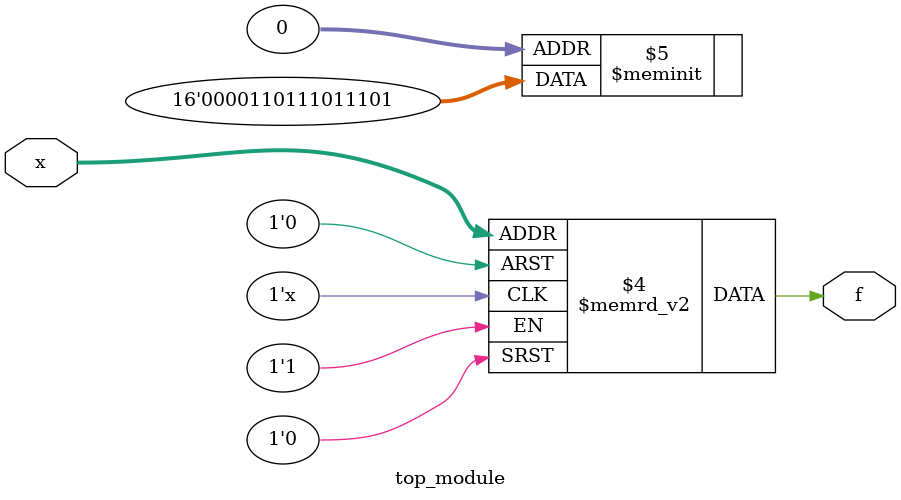
<source format=sv>
module top_module (
    input [4:1] x,
    output logic f
);

always_comb begin
    case (x)
        4'b0000, 4'b1000, 4'b1010, 4'b1011: f = 1'b1; // Represent the 1 cells in the Karnaugh map
        4'b0001, 4'b0101, 4'b1001, 4'b1100, 4'b1101, 4'b1110, 4'b1111: f = 1'b0; // Represent the 0 cells in the Karnaugh map
        4'b0010, 4'b0011, 4'b0100, 4'b0110, 4'b0111, 4'b1010: f = 1'b1; // Represent the 1 cells in the Karnaugh map
        default: f = 1'b0;
    endcase
end

endmodule

</source>
